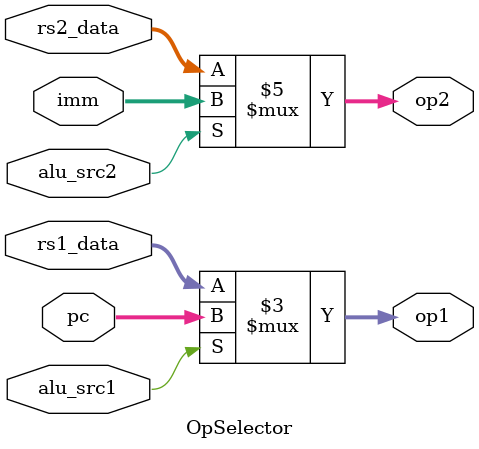
<source format=v>
`include "src/defines.v"
`include "src/dp_components/forward_mux.v"
module OpSelector(
    input alu_src1, alu_src2,
    input [31:0] rs1_data, rs2_data,
    input [31:0] pc, imm,
    output reg [31:0] op1, op2
);
    always@(*) begin
        op1 = (alu_src1==1'b0) ? rs1_data : pc ;
        op2 = (alu_src2==1'b0) ? rs2_data : imm ;
    end
endmodule
</source>
